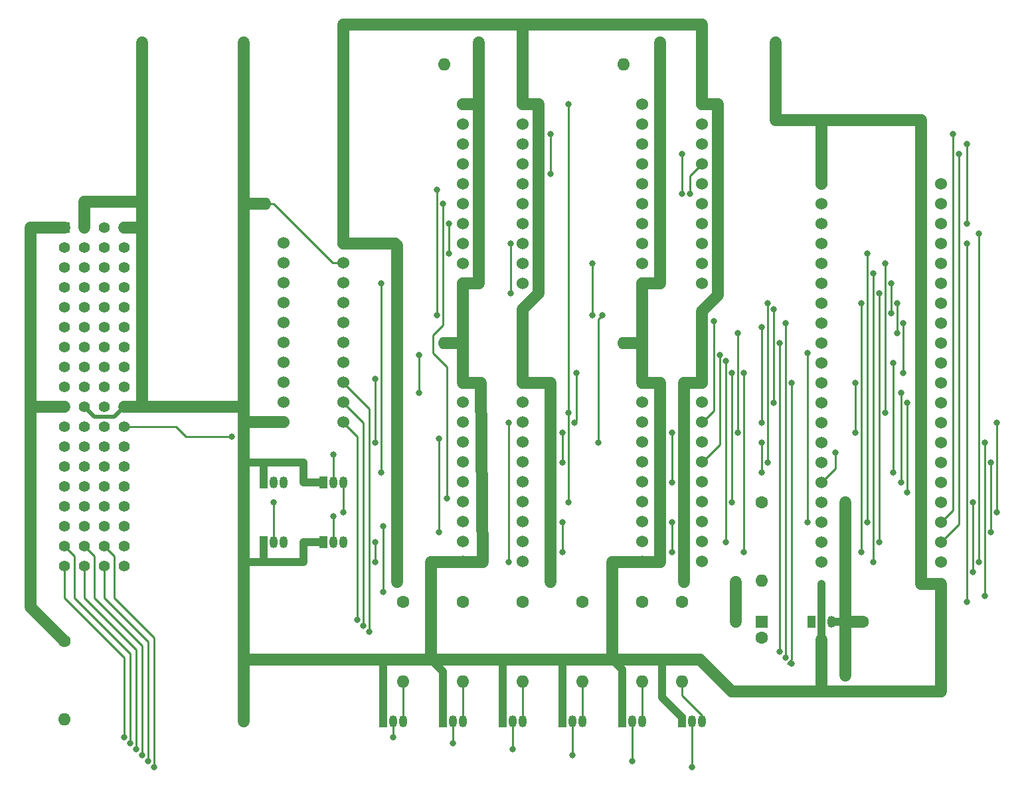
<source format=gbr>
%TF.GenerationSoftware,KiCad,Pcbnew,7.0.9*%
%TF.CreationDate,2024-11-14T04:31:41-07:00*%
%TF.ProjectId,Through_Hole_Single,5468726f-7567-4685-9f48-6f6c655f5369,rev?*%
%TF.SameCoordinates,Original*%
%TF.FileFunction,Copper,L2,Bot*%
%TF.FilePolarity,Positive*%
%FSLAX46Y46*%
G04 Gerber Fmt 4.6, Leading zero omitted, Abs format (unit mm)*
G04 Created by KiCad (PCBNEW 7.0.9) date 2024-11-14 04:31:41*
%MOMM*%
%LPD*%
G01*
G04 APERTURE LIST*
%TA.AperFunction,ComponentPad*%
%ADD10C,1.600000*%
%TD*%
%TA.AperFunction,ComponentPad*%
%ADD11O,1.600000X1.600000*%
%TD*%
%TA.AperFunction,ComponentPad*%
%ADD12R,1.050000X1.500000*%
%TD*%
%TA.AperFunction,ComponentPad*%
%ADD13O,1.050000X1.500000*%
%TD*%
%TA.AperFunction,ComponentPad*%
%ADD14C,1.524000*%
%TD*%
%TA.AperFunction,ComponentPad*%
%ADD15R,1.600000X1.600000*%
%TD*%
%TA.AperFunction,ComponentPad*%
%ADD16R,1.397000X1.397000*%
%TD*%
%TA.AperFunction,ComponentPad*%
%ADD17C,1.397000*%
%TD*%
%TA.AperFunction,ViaPad*%
%ADD18C,0.800000*%
%TD*%
%TA.AperFunction,Conductor*%
%ADD19C,1.524000*%
%TD*%
%TA.AperFunction,Conductor*%
%ADD20C,1.016000*%
%TD*%
%TA.AperFunction,Conductor*%
%ADD21C,0.250000*%
%TD*%
%TA.AperFunction,Conductor*%
%ADD22C,0.508000*%
%TD*%
G04 APERTURE END LIST*
D10*
%TO.P,C3,1*%
%TO.N,+3.3V*%
X99568000Y-71374000D03*
D11*
%TO.P,C3,2*%
%TO.N,GND*%
X89568000Y-71374000D03*
%TD*%
D12*
%TO.P,Q9,1,S*%
%TO.N,GND*%
X89408000Y-106934000D03*
D13*
%TO.P,Q9,2,G*%
%TO.N,_~{IRQ}*%
X90678000Y-106934000D03*
%TO.P,Q9,3,D*%
%TO.N,~{IRQ}*%
X91948000Y-106934000D03*
%TD*%
D10*
%TO.P,C5,1*%
%TO.N,+3.3V*%
X145288000Y-89154000D03*
D11*
%TO.P,C5,2*%
%TO.N,GND*%
X135288000Y-89154000D03*
%TD*%
D12*
%TO.P,Q8,1,S*%
%TO.N,GND*%
X89408000Y-114554000D03*
D13*
%TO.P,Q8,2,G*%
%TO.N,_OCLK*%
X90678000Y-114554000D03*
%TO.P,Q8,3,D*%
%TO.N,OCLK*%
X91948000Y-114554000D03*
%TD*%
D14*
%TO.P,U5,1,1~{OE}*%
%TO.N,GND*%
X114808000Y-58674000D03*
%TO.P,U5,2,1A1*%
%TO.N,_~{K0}*%
X114808000Y-61214000D03*
%TO.P,U5,3,2Y4*%
%TO.N,unconnected-(U5-2Y4-Pad3)*%
X114808000Y-63754000D03*
%TO.P,U5,4,1A2*%
%TO.N,_~{K1}*%
X114808000Y-66294000D03*
%TO.P,U5,5,2Y3*%
%TO.N,unconnected-(U5-2Y3-Pad5)*%
X114808000Y-68834000D03*
%TO.P,U5,6,1A3*%
%TO.N,_~{K2}*%
X114808000Y-71374000D03*
%TO.P,U5,7,2Y2*%
%TO.N,~{K5}*%
X114808000Y-73914000D03*
%TO.P,U5,8,1A4*%
%TO.N,_~{K3}*%
X114808000Y-76454000D03*
%TO.P,U5,9,2Y1*%
%TO.N,~{K4}*%
X114808000Y-78994000D03*
%TO.P,U5,10,GND*%
%TO.N,GND*%
X114808000Y-81534000D03*
%TO.P,U5,11,2A1*%
%TO.N,_~{K4}*%
X122428000Y-81534000D03*
%TO.P,U5,12,1Y4*%
%TO.N,~{K3}*%
X122428000Y-78994000D03*
%TO.P,U5,13,2A2*%
%TO.N,_~{K5}*%
X122428000Y-76454000D03*
%TO.P,U5,14,1Y3*%
%TO.N,~{K2}*%
X122428000Y-73914000D03*
%TO.P,U5,15,2A3*%
%TO.N,GND*%
X122428000Y-71374000D03*
%TO.P,U5,16,1Y2*%
%TO.N,~{K1}*%
X122428000Y-68834000D03*
%TO.P,U5,17,2A4*%
%TO.N,GND*%
X122428000Y-66294000D03*
%TO.P,U5,18,1Y1*%
%TO.N,~{K0}*%
X122428000Y-63754000D03*
%TO.P,U5,19,2~{OE}*%
%TO.N,GND*%
X122428000Y-61214000D03*
%TO.P,U5,20,VCC*%
%TO.N,+3.3V*%
X122428000Y-58714000D03*
%TD*%
D12*
%TO.P,Q7,1,S*%
%TO.N,GND*%
X97028000Y-106934000D03*
D13*
%TO.P,Q7,2,G*%
%TO.N,_SOD*%
X98298000Y-106934000D03*
%TO.P,Q7,3,D*%
%TO.N,SOD*%
X99568000Y-106934000D03*
%TD*%
D14*
%TO.P,U3,1,A->B*%
%TO.N,_DUMP*%
X91948000Y-76414000D03*
%TO.P,U3,2,A0*%
%TO.N,_P0*%
X91948000Y-78954000D03*
%TO.P,U3,3,A1*%
%TO.N,_P1*%
X91948000Y-81494000D03*
%TO.P,U3,4,A2*%
%TO.N,_P2*%
X91948000Y-84034000D03*
%TO.P,U3,5,A3*%
%TO.N,_P3*%
X91948000Y-86574000D03*
%TO.P,U3,6,A4*%
%TO.N,_P4*%
X91948000Y-89114000D03*
%TO.P,U3,7,A5*%
%TO.N,_P5*%
X91948000Y-91654000D03*
%TO.P,U3,8,A6*%
%TO.N,_P6*%
X91948000Y-94194000D03*
%TO.P,U3,9,A7*%
%TO.N,_P7*%
X91948000Y-96734000D03*
%TO.P,U3,10,GND*%
%TO.N,GND*%
X91948000Y-99274000D03*
%TO.P,U3,11,B7*%
%TO.N,P7*%
X99568000Y-99274000D03*
%TO.P,U3,12,B6*%
%TO.N,P6*%
X99568000Y-96734000D03*
%TO.P,U3,13,B5*%
%TO.N,P5*%
X99568000Y-94194000D03*
%TO.P,U3,14,B4*%
%TO.N,P4*%
X99568000Y-91654000D03*
%TO.P,U3,15,B3*%
%TO.N,P3*%
X99568000Y-89114000D03*
%TO.P,U3,16,B2*%
%TO.N,P2*%
X99568000Y-86574000D03*
%TO.P,U3,17,B1*%
%TO.N,P1*%
X99568000Y-84034000D03*
%TO.P,U3,18,B0*%
%TO.N,P0*%
X99568000Y-81494000D03*
%TO.P,U3,19,CE*%
%TO.N,GND*%
X99568000Y-78954000D03*
%TO.P,U3,20,VCC*%
%TO.N,+3.3V*%
X99568000Y-76454000D03*
%TD*%
D10*
%TO.P,R5,1*%
%TO.N,AUDIO*%
X114808000Y-122174000D03*
D11*
%TO.P,R5,2*%
%TO.N,Net-(Q5-D)*%
X114808000Y-132334000D03*
%TD*%
D12*
%TO.P,U1,1,VO*%
%TO.N,+3.3V*%
X159258000Y-124714000D03*
D13*
%TO.P,U1,2,GND*%
%TO.N,GND*%
X160528000Y-124714000D03*
%TO.P,U1,3,VI*%
%TO.N,+5V*%
X161798000Y-124714000D03*
%TD*%
D12*
%TO.P,Q10,1,S*%
%TO.N,GND*%
X97028000Y-114554000D03*
D13*
%TO.P,Q10,2,G*%
%TO.N,_BCLKO*%
X98298000Y-114554000D03*
%TO.P,Q10,3,D*%
%TO.N,BCLK*%
X99568000Y-114554000D03*
%TD*%
D12*
%TO.P,Q4,1,S*%
%TO.N,GND*%
X119888000Y-137414000D03*
D13*
%TO.P,Q4,2,G*%
%TO.N,_AUDIO2*%
X121158000Y-137414000D03*
%TO.P,Q4,3,D*%
%TO.N,Net-(Q4-D)*%
X122428000Y-137414000D03*
%TD*%
D12*
%TO.P,Q5,1,S*%
%TO.N,GND*%
X112268000Y-137414000D03*
D13*
%TO.P,Q5,2,G*%
%TO.N,_AUDIO1*%
X113538000Y-137414000D03*
%TO.P,Q5,3,D*%
%TO.N,Net-(Q5-D)*%
X114808000Y-137414000D03*
%TD*%
D14*
%TO.P,U6,1,1~{OE}*%
%TO.N,GND*%
X114808000Y-94194000D03*
%TO.P,U6,2,1A1*%
%TO.N,~{KR1}*%
X114808000Y-96734000D03*
%TO.P,U6,3,2Y4*%
%TO.N,unconnected-(U6-2Y4-Pad3)*%
X114808000Y-99274000D03*
%TO.P,U6,4,1A2*%
%TO.N,~{KR2}*%
X114808000Y-101814000D03*
%TO.P,U6,5,2Y3*%
%TO.N,unconnected-(U6-2Y3-Pad5)*%
X114808000Y-104354000D03*
%TO.P,U6,6,1A3*%
%TO.N,GND*%
X114808000Y-106894000D03*
%TO.P,U6,7,2Y2*%
%TO.N,_BCLKI*%
X114808000Y-109434000D03*
%TO.P,U6,8,1A4*%
%TO.N,GND*%
X114808000Y-111974000D03*
%TO.P,U6,9,2Y1*%
%TO.N,_SID*%
X114808000Y-114514000D03*
%TO.P,U6,10,GND*%
%TO.N,GND*%
X114808000Y-117054000D03*
%TO.P,U6,11,2A1*%
%TO.N,SID*%
X122428000Y-117054000D03*
%TO.P,U6,12,1Y4*%
%TO.N,unconnected-(U6-1Y4-Pad12)*%
X122428000Y-114514000D03*
%TO.P,U6,13,2A2*%
%TO.N,BCLK*%
X122428000Y-111974000D03*
%TO.P,U6,14,1Y3*%
%TO.N,unconnected-(U6-1Y3-Pad14)*%
X122428000Y-109434000D03*
%TO.P,U6,15,2A3*%
%TO.N,GND*%
X122428000Y-106894000D03*
%TO.P,U6,16,1Y2*%
%TO.N,_~{KR2}*%
X122428000Y-104354000D03*
%TO.P,U6,17,2A4*%
%TO.N,GND*%
X122428000Y-101814000D03*
%TO.P,U6,18,1Y1*%
%TO.N,_~{KR1}*%
X122428000Y-99274000D03*
%TO.P,U6,19,2~{OE}*%
%TO.N,GND*%
X122428000Y-96734000D03*
%TO.P,U6,20,VCC*%
%TO.N,+3.3V*%
X122428000Y-94234000D03*
%TD*%
%TO.P,U2,1,A->B*%
%TO.N,_R{slash}W*%
X137668000Y-58674000D03*
%TO.P,U2,2,A0*%
%TO.N,_D0*%
X137668000Y-61214000D03*
%TO.P,U2,3,A1*%
%TO.N,_D1*%
X137668000Y-63754000D03*
%TO.P,U2,4,A2*%
%TO.N,_D2*%
X137668000Y-66294000D03*
%TO.P,U2,5,A3*%
%TO.N,_D3*%
X137668000Y-68834000D03*
%TO.P,U2,6,A4*%
%TO.N,_D4*%
X137668000Y-71374000D03*
%TO.P,U2,7,A5*%
%TO.N,_D5*%
X137668000Y-73914000D03*
%TO.P,U2,8,A6*%
%TO.N,_D6*%
X137668000Y-76454000D03*
%TO.P,U2,9,A7*%
%TO.N,_D7*%
X137668000Y-78994000D03*
%TO.P,U2,10,GND*%
%TO.N,GND*%
X137668000Y-81534000D03*
%TO.P,U2,11,B7*%
%TO.N,D7*%
X145288000Y-81534000D03*
%TO.P,U2,12,B6*%
%TO.N,D6*%
X145288000Y-78994000D03*
%TO.P,U2,13,B5*%
%TO.N,D5*%
X145288000Y-76454000D03*
%TO.P,U2,14,B4*%
%TO.N,D4*%
X145288000Y-73914000D03*
%TO.P,U2,15,B3*%
%TO.N,D3*%
X145288000Y-71374000D03*
%TO.P,U2,16,B2*%
%TO.N,D2*%
X145288000Y-68834000D03*
%TO.P,U2,17,B1*%
%TO.N,D1*%
X145288000Y-66294000D03*
%TO.P,U2,18,B0*%
%TO.N,D0*%
X145288000Y-63754000D03*
%TO.P,U2,19,CE*%
%TO.N,~{_EN}*%
X145288000Y-61214000D03*
%TO.P,U2,20,VCC*%
%TO.N,+3.3V*%
X145288000Y-58714000D03*
%TD*%
D10*
%TO.P,C6,1*%
%TO.N,+3.3V*%
X145288000Y-53594000D03*
D11*
%TO.P,C6,2*%
%TO.N,GND*%
X135288000Y-53594000D03*
%TD*%
D12*
%TO.P,Q1,1,S*%
%TO.N,GND*%
X142748000Y-137414000D03*
D13*
%TO.P,Q1,2,G*%
%TO.N,_AUDIO5*%
X144018000Y-137414000D03*
%TO.P,Q1,3,D*%
%TO.N,Net-(Q1-D)*%
X145288000Y-137414000D03*
%TD*%
D10*
%TO.P,R6,1*%
%TO.N,AUDIO*%
X107188000Y-122174000D03*
D11*
%TO.P,R6,2*%
%TO.N,Net-(Q6-D)*%
X107188000Y-132334000D03*
%TD*%
D10*
%TO.P,C8,1*%
%TO.N,+5V*%
X152908000Y-109474000D03*
D11*
%TO.P,C8,2*%
%TO.N,GND*%
X152908000Y-119474000D03*
%TD*%
D10*
%TO.P,R4,1*%
%TO.N,AUDIO*%
X122428000Y-122174000D03*
D11*
%TO.P,R4,2*%
%TO.N,Net-(Q4-D)*%
X122428000Y-132334000D03*
%TD*%
D12*
%TO.P,Q2,1,S*%
%TO.N,GND*%
X135128000Y-137414000D03*
D13*
%TO.P,Q2,2,G*%
%TO.N,_AUDIO4*%
X136398000Y-137414000D03*
%TO.P,Q2,3,D*%
%TO.N,Net-(Q2-D)*%
X137668000Y-137414000D03*
%TD*%
D15*
%TO.P,C2,1*%
%TO.N,+3.3V*%
X152908000Y-124714000D03*
D10*
%TO.P,C2,2*%
%TO.N,GND*%
X152908000Y-126714000D03*
%TD*%
%TO.P,C4,1*%
%TO.N,+3.3V*%
X122428000Y-89154000D03*
D11*
%TO.P,C4,2*%
%TO.N,GND*%
X112428000Y-89154000D03*
%TD*%
D10*
%TO.P,R1,1*%
%TO.N,AUDIO*%
X142748000Y-122174000D03*
D11*
%TO.P,R1,2*%
%TO.N,Net-(Q1-D)*%
X142748000Y-132334000D03*
%TD*%
D10*
%TO.P,C9,1*%
%TO.N,+5V*%
X64008000Y-127160000D03*
D11*
%TO.P,C9,2*%
%TO.N,GND*%
X64008000Y-137160000D03*
%TD*%
D10*
%TO.P,R2,1*%
%TO.N,AUDIO*%
X137668000Y-122174000D03*
D11*
%TO.P,R2,2*%
%TO.N,Net-(Q2-D)*%
X137668000Y-132334000D03*
%TD*%
D12*
%TO.P,Q6,1,S*%
%TO.N,GND*%
X104648000Y-137414000D03*
D13*
%TO.P,Q6,2,G*%
%TO.N,_AUDIO0*%
X105918000Y-137414000D03*
%TO.P,Q6,3,D*%
%TO.N,Net-(Q6-D)*%
X107188000Y-137414000D03*
%TD*%
D14*
%TO.P,U4,1,1~{OE}*%
%TO.N,GND*%
X137668000Y-94194000D03*
%TO.P,U4,2,1A1*%
%TO.N,A0*%
X137668000Y-96734000D03*
%TO.P,U4,3,2Y4*%
%TO.N,_~{CS0}*%
X137668000Y-99274000D03*
%TO.P,U4,4,1A2*%
%TO.N,A1*%
X137668000Y-101814000D03*
%TO.P,U4,5,2Y3*%
%TO.N,_CS1*%
X137668000Y-104354000D03*
%TO.P,U4,6,1A3*%
%TO.N,A2*%
X137668000Y-106894000D03*
%TO.P,U4,7,2Y2*%
%TO.N,_R{slash}W*%
X137668000Y-109434000D03*
%TO.P,U4,8,1A4*%
%TO.N,A3*%
X137668000Y-111974000D03*
%TO.P,U4,9,2Y1*%
%TO.N,_PHI2*%
X137668000Y-114514000D03*
%TO.P,U4,10,GND*%
%TO.N,GND*%
X137668000Y-117054000D03*
%TO.P,U4,11,2A1*%
%TO.N,PHI2*%
X145288000Y-117054000D03*
%TO.P,U4,12,1Y4*%
%TO.N,_A3*%
X145288000Y-114514000D03*
%TO.P,U4,13,2A2*%
%TO.N,R{slash}W*%
X145288000Y-111974000D03*
%TO.P,U4,14,1Y3*%
%TO.N,_A2*%
X145288000Y-109434000D03*
%TO.P,U4,15,2A3*%
%TO.N,CS1*%
X145288000Y-106894000D03*
%TO.P,U4,16,1Y2*%
%TO.N,_A1*%
X145288000Y-104354000D03*
%TO.P,U4,17,2A4*%
%TO.N,~{CS0}*%
X145288000Y-101814000D03*
%TO.P,U4,18,1Y1*%
%TO.N,_A0*%
X145288000Y-99274000D03*
%TO.P,U4,19,2~{OE}*%
%TO.N,GND*%
X145288000Y-96734000D03*
%TO.P,U4,20,VCC*%
%TO.N,+3.3V*%
X145288000Y-94234000D03*
%TD*%
%TO.P,J1,1,GND*%
%TO.N,GND*%
X160528000Y-68834000D03*
%TO.P,J1,2,D3*%
%TO.N,D3*%
X160528000Y-71374000D03*
%TO.P,J1,3,D4*%
%TO.N,D4*%
X160528000Y-73914000D03*
%TO.P,J1,4,D5*%
%TO.N,D5*%
X160528000Y-76454000D03*
%TO.P,J1,5,D6*%
%TO.N,D6*%
X160528000Y-78994000D03*
%TO.P,J1,6,D7*%
%TO.N,D7*%
X160528000Y-81534000D03*
%TO.P,J1,7,PHI2*%
%TO.N,PHI2*%
X160528000Y-84074000D03*
%TO.P,J1,8,P6*%
%TO.N,P6*%
X160528000Y-86614000D03*
%TO.P,J1,9,P7*%
%TO.N,P7*%
X160528000Y-89154000D03*
%TO.P,J1,10,P4*%
%TO.N,P4*%
X160528000Y-91694000D03*
%TO.P,J1,11,P5*%
%TO.N,P5*%
X160528000Y-94234000D03*
%TO.P,J1,12,P2*%
%TO.N,P2*%
X160528000Y-96774000D03*
%TO.P,J1,13,P3*%
%TO.N,P3*%
X160528000Y-99314000D03*
%TO.P,J1,14,P0*%
%TO.N,P0*%
X160528000Y-101854000D03*
%TO.P,J1,15,P1*%
%TO.N,P1*%
X160528000Y-104394000D03*
%TO.P,J1,16,~{KR2}*%
%TO.N,~{KR2}*%
X160528000Y-106934000D03*
%TO.P,J1,17,+5V*%
%TO.N,+5V*%
X160528000Y-109474000D03*
%TO.P,J1,18,~{K5}*%
%TO.N,~{K5}*%
X160528000Y-112014000D03*
%TO.P,J1,19,~{K4}*%
%TO.N,~{K4}*%
X160528000Y-114554000D03*
%TO.P,J1,20,~{K3}*%
%TO.N,~{K3}*%
X160528000Y-117094000D03*
%TO.P,J1,21,~{K2}*%
%TO.N,~{K2}*%
X175768000Y-117094000D03*
%TO.P,J1,22,~{K1}*%
%TO.N,~{K1}*%
X175768000Y-114554000D03*
%TO.P,J1,23,~{K0}*%
%TO.N,~{K0}*%
X175768000Y-112014000D03*
%TO.P,J1,24,SID*%
%TO.N,SID*%
X175768000Y-109474000D03*
%TO.P,J1,25,~{KR1}*%
%TO.N,~{KR1}*%
X175768000Y-106934000D03*
%TO.P,J1,26,BCLK*%
%TO.N,BCLK*%
X175768000Y-104394000D03*
%TO.P,J1,27,OCLK*%
%TO.N,OCLK*%
X175768000Y-101854000D03*
%TO.P,J1,28,SOD*%
%TO.N,SOD*%
X175768000Y-99314000D03*
%TO.P,J1,29,~{IRQ}*%
%TO.N,~{IRQ}*%
X175768000Y-96774000D03*
%TO.P,J1,30,~{CS0}*%
%TO.N,~{CS0}*%
X175768000Y-94234000D03*
%TO.P,J1,31,CS1*%
%TO.N,CS1*%
X175768000Y-91694000D03*
%TO.P,J1,32,R/W*%
%TO.N,R{slash}W*%
X175768000Y-89154000D03*
%TO.P,J1,33,A3*%
%TO.N,A3*%
X175768000Y-86614000D03*
%TO.P,J1,34,A2*%
%TO.N,A2*%
X175768000Y-84074000D03*
%TO.P,J1,35,A1*%
%TO.N,A1*%
X175768000Y-81534000D03*
%TO.P,J1,36,A0*%
%TO.N,A0*%
X175768000Y-78994000D03*
%TO.P,J1,37,AUDIO*%
%TO.N,AUDIO*%
X175768000Y-76454000D03*
%TO.P,J1,38,D0*%
%TO.N,D0*%
X175768000Y-73914000D03*
%TO.P,J1,39,D1*%
%TO.N,D1*%
X175768000Y-71374000D03*
%TO.P,J1,40,D2*%
%TO.N,D2*%
X175768000Y-68834000D03*
%TD*%
D12*
%TO.P,Q3,1,S*%
%TO.N,GND*%
X127508000Y-137414000D03*
D13*
%TO.P,Q3,2,G*%
%TO.N,_AUDIO3*%
X128778000Y-137414000D03*
%TO.P,Q3,3,D*%
%TO.N,Net-(Q3-D)*%
X130048000Y-137414000D03*
%TD*%
D10*
%TO.P,R3,1*%
%TO.N,AUDIO*%
X130048000Y-122174000D03*
D11*
%TO.P,R3,2*%
%TO.N,Net-(Q3-D)*%
X130048000Y-132334000D03*
%TD*%
D10*
%TO.P,C1,1*%
%TO.N,+5V*%
X165768000Y-124714000D03*
D11*
%TO.P,C1,2*%
%TO.N,GND*%
X175768000Y-124714000D03*
%TD*%
D10*
%TO.P,C7,1*%
%TO.N,+3.3V*%
X122428000Y-53594000D03*
D11*
%TO.P,C7,2*%
%TO.N,GND*%
X112428000Y-53594000D03*
%TD*%
D16*
%TO.P,J2,1,5V1*%
%TO.N,+5V*%
X64008000Y-74422000D03*
D17*
%TO.P,J2,2,G1*%
%TO.N,GND*%
X66548000Y-74422000D03*
%TO.P,J2,3,3V1*%
%TO.N,unconnected-(J2-3V1-Pad3)*%
X69088000Y-74422000D03*
%TO.P,J2,4,G2*%
%TO.N,GND*%
X71628000Y-74422000D03*
%TO.P,J2,5,A48*%
%TO.N,~{_EN}*%
X64008000Y-76962000D03*
%TO.P,J2,6,A49*%
%TO.N,_D0*%
X66548000Y-76962000D03*
%TO.P,J2,7,A3*%
%TO.N,_~{K0}*%
X69088000Y-76962000D03*
%TO.P,J2,8,A2*%
%TO.N,_D3*%
X71628000Y-76962000D03*
%TO.P,J2,9,A45*%
%TO.N,_D1*%
X64008000Y-79502000D03*
%TO.P,J2,10,A46*%
%TO.N,_~{K1}*%
X66548000Y-79502000D03*
%TO.P,J2,11,A6*%
%TO.N,unconnected-(J2-A6-Pad11)*%
X69088000Y-79502000D03*
%TO.P,J2,12,A5*%
%TO.N,_D2*%
X71628000Y-79502000D03*
%TO.P,J2,13,A42*%
%TO.N,_D4*%
X64008000Y-82042000D03*
%TO.P,J2,14,A43*%
%TO.N,_D7*%
X66548000Y-82042000D03*
%TO.P,J2,15,A9*%
%TO.N,unconnected-(J2-A9-Pad15)*%
X69088000Y-82042000D03*
%TO.P,J2,16,A8*%
%TO.N,_D5*%
X71628000Y-82042000D03*
%TO.P,J2,17,A39*%
%TO.N,_D6*%
X64008000Y-84582000D03*
%TO.P,J2,18,A40*%
%TO.N,_DUMP*%
X66548000Y-84582000D03*
%TO.P,J2,19,A12*%
%TO.N,unconnected-(J2-A12-Pad19)*%
X69088000Y-84582000D03*
%TO.P,J2,20,A11*%
%TO.N,_~{K3}*%
X71628000Y-84582000D03*
%TO.P,J2,21,A36*%
%TO.N,unconnected-(J2-A36-Pad21)*%
X64008000Y-87122000D03*
%TO.P,J2,22,A37*%
%TO.N,unconnected-(J2-A37-Pad22)*%
X66548000Y-87122000D03*
%TO.P,J2,23,A15*%
%TO.N,unconnected-(J2-A15-Pad23)*%
X69088000Y-87122000D03*
%TO.P,J2,24,A14*%
%TO.N,unconnected-(J2-A14-Pad24)*%
X71628000Y-87122000D03*
%TO.P,J2,25,A33*%
%TO.N,unconnected-(J2-A33-Pad25)*%
X64008000Y-89662000D03*
%TO.P,J2,26,A34*%
%TO.N,unconnected-(J2-A34-Pad26)*%
X66548000Y-89662000D03*
%TO.P,J2,27,A18*%
%TO.N,unconnected-(J2-A18-Pad27)*%
X69088000Y-89662000D03*
%TO.P,J2,28,A17*%
%TO.N,unconnected-(J2-A17-Pad28)*%
X71628000Y-89662000D03*
%TO.P,J2,29,A30*%
%TO.N,_P1*%
X64008000Y-92202000D03*
%TO.P,J2,30,A31*%
%TO.N,_~{K4}*%
X66548000Y-92202000D03*
%TO.P,J2,31,A21*%
%TO.N,unconnected-(J2-A21-Pad31)*%
X69088000Y-92202000D03*
%TO.P,J2,32,A20*%
%TO.N,_P0*%
X71628000Y-92202000D03*
%TO.P,J2,33,A27*%
%TO.N,_P3*%
X64008000Y-94742000D03*
%TO.P,J2,34,A28*%
%TO.N,_~{K5}*%
X66548000Y-94742000D03*
%TO.P,J2,35,A24*%
%TO.N,unconnected-(J2-A24-Pad35)*%
X69088000Y-94742000D03*
%TO.P,J2,36,A23*%
%TO.N,_P2*%
X71628000Y-94742000D03*
%TO.P,J2,37,5V2*%
%TO.N,+5V*%
X64008000Y-97282000D03*
%TO.P,J2,38,G3*%
%TO.N,GND*%
X66548000Y-97282000D03*
%TO.P,J2,39,3V2*%
%TO.N,unconnected-(J2-3V2-Pad39)*%
X69088000Y-97282000D03*
%TO.P,J2,40,G4*%
%TO.N,GND*%
X71628000Y-97282000D03*
%TO.P,J2,41,B48*%
%TO.N,_A0*%
X64008000Y-99822000D03*
%TO.P,J2,42,B49*%
%TO.N,_P4*%
X66548000Y-99822000D03*
%TO.P,J2,43,B3*%
%TO.N,unconnected-(J2-B3-Pad43)*%
X69088000Y-99822000D03*
%TO.P,J2,44,B2*%
%TO.N,_PHI2*%
X71628000Y-99822000D03*
%TO.P,J2,45,B45*%
%TO.N,_P6*%
X64008000Y-102362000D03*
%TO.P,J2,46,B46*%
%TO.N,_A2*%
X66548000Y-102362000D03*
%TO.P,J2,47,B6*%
%TO.N,_A1*%
X69088000Y-102362000D03*
%TO.P,J2,48,B5*%
%TO.N,_P5*%
X71628000Y-102362000D03*
%TO.P,J2,49,B42*%
%TO.N,_R{slash}W*%
X64008000Y-104902000D03*
%TO.P,J2,50,B43*%
%TO.N,_P7*%
X66548000Y-104902000D03*
%TO.P,J2,51,B9*%
%TO.N,unconnected-(J2-B9-Pad51)*%
X69088000Y-104902000D03*
%TO.P,J2,52,B8*%
%TO.N,_A3*%
X71628000Y-104902000D03*
%TO.P,J2,53,B39*%
%TO.N,_~{KR2}*%
X64008000Y-107442000D03*
%TO.P,J2,54,B40*%
%TO.N,_~{CS0}*%
X66548000Y-107442000D03*
%TO.P,J2,55,B12*%
%TO.N,unconnected-(J2-B12-Pad55)*%
X69088000Y-107442000D03*
%TO.P,J2,56,B11*%
%TO.N,_CS1*%
X71628000Y-107442000D03*
%TO.P,J2,57,B36*%
%TO.N,_OCLK*%
X64008000Y-109982000D03*
%TO.P,J2,58,B37*%
%TO.N,_~{IRQ}*%
X66548000Y-109982000D03*
%TO.P,J2,59,B15*%
%TO.N,unconnected-(J2-B15-Pad59)*%
X69088000Y-109982000D03*
%TO.P,J2,60,B14*%
%TO.N,_SOD*%
X71628000Y-109982000D03*
%TO.P,J2,61,B33*%
%TO.N,_BCLKO*%
X64008000Y-112522000D03*
%TO.P,J2,62,B34*%
%TO.N,_BCLKI*%
X66548000Y-112522000D03*
%TO.P,J2,63,B18*%
%TO.N,unconnected-(J2-B18-Pad63)*%
X69088000Y-112522000D03*
%TO.P,J2,64,B17*%
%TO.N,_~{K2}*%
X71628000Y-112522000D03*
%TO.P,J2,65,B30*%
%TO.N,_AUDIO1*%
X64008000Y-115062000D03*
%TO.P,J2,66,B31*%
%TO.N,_AUDIO3*%
X66548000Y-115062000D03*
%TO.P,J2,67,B21*%
%TO.N,_AUDIO5*%
X69088000Y-115062000D03*
%TO.P,J2,68,B20*%
%TO.N,_SID*%
X71628000Y-115062000D03*
%TO.P,J2,69,B27*%
%TO.N,_AUDIO0*%
X64008000Y-117602000D03*
%TO.P,J2,70,B28*%
%TO.N,_AUDIO2*%
X66548000Y-117602000D03*
%TO.P,J2,71,B24*%
%TO.N,_AUDIO4*%
X69088000Y-117602000D03*
%TO.P,J2,72,B23*%
%TO.N,_~{KR1}*%
X71628000Y-117602000D03*
%TD*%
D18*
%TO.N,+5V*%
X163576000Y-131572000D03*
X163576000Y-109474000D03*
%TO.N,GND*%
X154686000Y-50800000D03*
X73914000Y-50800000D03*
X139954000Y-96774000D03*
X160528000Y-127000000D03*
X116840000Y-66294000D03*
X117094000Y-112014000D03*
X117094000Y-96774000D03*
X139954000Y-50800000D03*
X86868000Y-137414000D03*
X117094000Y-101600000D03*
X116840000Y-61214000D03*
X160528000Y-119888000D03*
X116840000Y-50800000D03*
X173228000Y-119888000D03*
X86868000Y-50800000D03*
X117094000Y-106934000D03*
X116840000Y-71374000D03*
%TO.N,+3.3V*%
X125984000Y-119634000D03*
X149606000Y-119634000D03*
X143002000Y-119634000D03*
X149606000Y-124714000D03*
X106426000Y-119634000D03*
%TO.N,_D3*%
X125984000Y-67564000D03*
X125984000Y-62484000D03*
%TO.N,_D7*%
X111506000Y-69596000D03*
X131318000Y-85598000D03*
X131318000Y-78994000D03*
X111506000Y-85598000D03*
%TO.N,_A0*%
X146812000Y-86360000D03*
%TO.N,_A1*%
X147574000Y-90678000D03*
%TO.N,_A2*%
X149098000Y-109474000D03*
X149098000Y-92964000D03*
%TO.N,_A3*%
X109220000Y-95504000D03*
X109220000Y-90678000D03*
X148336000Y-114554000D03*
X148336000Y-91440000D03*
%TO.N,_OCLK*%
X90678000Y-109474000D03*
%TO.N,_~{CS0}*%
X129286000Y-92964000D03*
X129032000Y-99314000D03*
X103632000Y-93726000D03*
X103632000Y-101854000D03*
%TO.N,_CS1*%
X127508000Y-100584000D03*
X127508000Y-104394000D03*
%TO.N,_PHI2*%
X111760000Y-101346000D03*
X85344000Y-101092000D03*
X111760000Y-113284000D03*
%TO.N,_R{slash}W*%
X128270000Y-98044000D03*
X128270000Y-109474000D03*
X128270000Y-58674000D03*
%TO.N,_SID*%
X103632000Y-114554000D03*
X103632000Y-117094000D03*
%TO.N,_SOD*%
X98298000Y-103378000D03*
%TO.N,_~{K2}*%
X112776000Y-108966000D03*
X112268000Y-71374000D03*
%TO.N,_~{K5}*%
X120904000Y-76454000D03*
X120904000Y-82804000D03*
%TO.N,_~{KR1}*%
X120650000Y-99314000D03*
X120650000Y-117094000D03*
%TO.N,_BCLKO*%
X98298000Y-111252000D03*
%TO.N,_AUDIO0*%
X71628000Y-139446000D03*
X105918000Y-139446000D03*
%TO.N,_AUDIO1*%
X72390000Y-140208000D03*
X113538000Y-140208000D03*
%TO.N,_AUDIO2*%
X121158000Y-140970000D03*
X73152000Y-140970000D03*
%TO.N,_AUDIO3*%
X128778000Y-141732000D03*
X73914000Y-141732000D03*
%TO.N,_AUDIO4*%
X136398000Y-142494000D03*
X74676000Y-142494000D03*
%TO.N,_AUDIO5*%
X75438000Y-143256000D03*
X144018000Y-143256000D03*
%TO.N,PHI2*%
X165608000Y-84074000D03*
X165608000Y-115824000D03*
%TO.N,P6*%
X155956000Y-86614000D03*
X155956000Y-129286000D03*
X102108000Y-125222000D03*
%TO.N,P7*%
X101346000Y-124460000D03*
X155194000Y-128524000D03*
X155194000Y-89154000D03*
%TO.N,P5*%
X156718000Y-94234000D03*
X156718000Y-130048000D03*
X102870000Y-125984000D03*
%TO.N,P2*%
X154432000Y-96774000D03*
X154432000Y-84836000D03*
%TO.N,P3*%
X152908000Y-87122000D03*
X152908000Y-99314000D03*
%TO.N,P0*%
X104394000Y-81534000D03*
X152908000Y-101854000D03*
X152908000Y-105664000D03*
X104394000Y-105664000D03*
%TO.N,P1*%
X153670000Y-104394000D03*
X153670000Y-84074000D03*
%TO.N,~{KR2}*%
X162306000Y-103124000D03*
%TO.N,~{K5}*%
X113030000Y-73914000D03*
X166370000Y-77724000D03*
X113030000Y-77724000D03*
X166370000Y-112014000D03*
%TO.N,~{K4}*%
X167894000Y-114554000D03*
X167894000Y-82804000D03*
%TO.N,~{K3}*%
X167132000Y-117094000D03*
X167132000Y-80264000D03*
%TO.N,SOD*%
X99568000Y-110744000D03*
X182880000Y-110744000D03*
X182880000Y-99314000D03*
%TO.N,OCLK*%
X181356000Y-101854000D03*
X104648000Y-120904000D03*
X181356000Y-121412000D03*
X104648000Y-112522000D03*
%TO.N,~{IRQ}*%
X171450000Y-96774000D03*
X171450000Y-108204000D03*
%TO.N,BCLK*%
X182118000Y-104394000D03*
X182118000Y-113284000D03*
X127508000Y-115824000D03*
X127508000Y-112014000D03*
%TO.N,AUDIO*%
X179070000Y-76454000D03*
X179070000Y-122174000D03*
%TO.N,R{slash}W*%
X158750000Y-90424000D03*
X158750000Y-112014000D03*
%TO.N,D1*%
X143764000Y-70104000D03*
%TO.N,D0*%
X179070000Y-73914000D03*
X179070000Y-63754000D03*
%TO.N,A0*%
X168656000Y-78994000D03*
X168656000Y-98044000D03*
%TO.N,A1*%
X132080000Y-101854000D03*
X169418000Y-81534000D03*
X132588000Y-85598000D03*
X169418000Y-85344000D03*
%TO.N,A2*%
X149860000Y-87884000D03*
X149860000Y-100584000D03*
X141478000Y-100584000D03*
X170180000Y-87884000D03*
X141478000Y-106934000D03*
X170180000Y-84074000D03*
%TO.N,A3*%
X141478000Y-112014000D03*
X170942000Y-92964000D03*
X141478000Y-115824000D03*
X150622000Y-92964000D03*
X170942000Y-86614000D03*
X150622000Y-115824000D03*
%TO.N,CS1*%
X169672000Y-105664000D03*
X169672000Y-91694000D03*
%TO.N,~{CS0}*%
X164846000Y-100584000D03*
X164846000Y-94234000D03*
%TO.N,~{K2}*%
X180594000Y-75184000D03*
X180594000Y-117094000D03*
%TO.N,~{K1}*%
X178054000Y-65024000D03*
X142748000Y-65024000D03*
X142748000Y-70104000D03*
%TO.N,~{K0}*%
X177292000Y-62484000D03*
%TO.N,~{KR1}*%
X170688000Y-95504000D03*
X170688000Y-106934000D03*
%TO.N,SID*%
X179832000Y-118364000D03*
X179832000Y-109474000D03*
%TD*%
D19*
%TO.N,+5V*%
X165688000Y-124714000D02*
X163576000Y-124714000D01*
X59690000Y-122842000D02*
X59690000Y-97282000D01*
X163576000Y-124714000D02*
X163576000Y-109474000D01*
X163576000Y-124714000D02*
X163576000Y-131572000D01*
X59690000Y-74422000D02*
X64008000Y-74422000D01*
X64008000Y-127160000D02*
X59690000Y-122842000D01*
D20*
X163576000Y-124714000D02*
X161798000Y-124714000D01*
D19*
X59690000Y-97282000D02*
X59690000Y-74422000D01*
X59690000Y-97282000D02*
X64008000Y-97282000D01*
%TO.N,GND*%
X173228000Y-60706000D02*
X160528000Y-60706000D01*
D20*
X160528000Y-124714000D02*
X160528000Y-119888000D01*
D19*
X116840000Y-81534000D02*
X114808000Y-81534000D01*
D20*
X89408000Y-117094000D02*
X89408000Y-114554000D01*
D19*
X137668000Y-94234000D02*
X139954000Y-94234000D01*
X137668000Y-117094000D02*
X133858000Y-117094000D01*
X175768000Y-119888000D02*
X175768000Y-124634000D01*
X119888000Y-129540000D02*
X127508000Y-129540000D01*
X133858000Y-117094000D02*
X133858000Y-129540000D01*
D20*
X89408000Y-104394000D02*
X89408000Y-106934000D01*
X160528000Y-124714000D02*
X160528000Y-127000000D01*
D19*
X73914000Y-71120000D02*
X73914000Y-74422000D01*
X160528000Y-127000000D02*
X160528000Y-133604000D01*
X86868000Y-99314000D02*
X86868000Y-97282000D01*
D20*
X112268000Y-137414000D02*
X112268000Y-131064000D01*
X127508000Y-137414000D02*
X127508000Y-129540000D01*
D19*
X104648000Y-129540000D02*
X110744000Y-129540000D01*
X140208000Y-129540000D02*
X133858000Y-129540000D01*
X137668000Y-81534000D02*
X139954000Y-81534000D01*
D20*
X112268000Y-131064000D02*
X110744000Y-129540000D01*
X94488000Y-106934000D02*
X94488000Y-104394000D01*
D19*
X116840000Y-71374000D02*
X116840000Y-66294000D01*
X73914000Y-97282000D02*
X71628000Y-97282000D01*
X116840000Y-61214000D02*
X116840000Y-58674000D01*
X160528000Y-60706000D02*
X154686000Y-60706000D01*
X114808000Y-117094000D02*
X110744000Y-117094000D01*
D20*
X89408000Y-117094000D02*
X86868000Y-117094000D01*
X94488000Y-114554000D02*
X94488000Y-117094000D01*
D19*
X73914000Y-71120000D02*
X66548000Y-71120000D01*
X117094000Y-94234000D02*
X114808000Y-94234000D01*
X119888000Y-129540000D02*
X110744000Y-129540000D01*
X154686000Y-60706000D02*
X154686000Y-50800000D01*
X175768000Y-133604000D02*
X160528000Y-133604000D01*
X139954000Y-117094000D02*
X137668000Y-117094000D01*
X137668000Y-94234000D02*
X137668000Y-89154000D01*
D20*
X89408000Y-104394000D02*
X86868000Y-104394000D01*
D19*
X175768000Y-119888000D02*
X173228000Y-119888000D01*
X110744000Y-117094000D02*
X110744000Y-129540000D01*
X73914000Y-97282000D02*
X86868000Y-97282000D01*
X86868000Y-129540000D02*
X86868000Y-117094000D01*
D20*
X142748000Y-136906000D02*
X140208000Y-134366000D01*
D19*
X116840000Y-66294000D02*
X116840000Y-61214000D01*
D20*
X97028000Y-106934000D02*
X94488000Y-106934000D01*
D19*
X86868000Y-137414000D02*
X86868000Y-129540000D01*
D20*
X135128000Y-130810000D02*
X133858000Y-129540000D01*
D19*
X86908000Y-99274000D02*
X91948000Y-99274000D01*
X117348000Y-117094000D02*
X114808000Y-117094000D01*
D20*
X142748000Y-137414000D02*
X142748000Y-136906000D01*
D19*
X73914000Y-74422000D02*
X73914000Y-97282000D01*
X173228000Y-119888000D02*
X173228000Y-60706000D01*
X66548000Y-71120000D02*
X66548000Y-74422000D01*
X73914000Y-74422000D02*
X71628000Y-74422000D01*
X114808000Y-81534000D02*
X114808000Y-89154000D01*
X86868000Y-97282000D02*
X86868000Y-50800000D01*
X160528000Y-133604000D02*
X149098000Y-133604000D01*
X86868000Y-104394000D02*
X86868000Y-99314000D01*
X116840000Y-58674000D02*
X116840000Y-50800000D01*
X73914000Y-50800000D02*
X73914000Y-71120000D01*
D20*
X94488000Y-117094000D02*
X89408000Y-117094000D01*
D19*
X86868000Y-117094000D02*
X86868000Y-104394000D01*
D21*
X99568000Y-78954000D02*
X98258000Y-78954000D01*
D20*
X94488000Y-104394000D02*
X89408000Y-104394000D01*
D19*
X139954000Y-94234000D02*
X139954000Y-117094000D01*
X94488000Y-129540000D02*
X104648000Y-129540000D01*
D21*
X98258000Y-78954000D02*
X90678000Y-71374000D01*
D19*
X86868000Y-99314000D02*
X86908000Y-99274000D01*
D20*
X135128000Y-137414000D02*
X135128000Y-130810000D01*
D19*
X116840000Y-81534000D02*
X116840000Y-71374000D01*
D22*
X70358000Y-98552000D02*
X67818000Y-98552000D01*
D19*
X127508000Y-129540000D02*
X133858000Y-129540000D01*
D22*
X67818000Y-98552000D02*
X66548000Y-97282000D01*
D19*
X112428000Y-89154000D02*
X114808000Y-89154000D01*
X137668000Y-89154000D02*
X137668000Y-81534000D01*
X139954000Y-50800000D02*
X139954000Y-81534000D01*
X114808000Y-58674000D02*
X116840000Y-58674000D01*
X160528000Y-68834000D02*
X160528000Y-60706000D01*
X175768000Y-133604000D02*
X175768000Y-124794000D01*
X117094000Y-94234000D02*
X117348000Y-117094000D01*
X94488000Y-129540000D02*
X86868000Y-129540000D01*
X114808000Y-89154000D02*
X114808000Y-94234000D01*
D20*
X140208000Y-134366000D02*
X140208000Y-129540000D01*
D21*
X90678000Y-71374000D02*
X89568000Y-71374000D01*
D20*
X119888000Y-137414000D02*
X119888000Y-129540000D01*
X104648000Y-137414000D02*
X104648000Y-129540000D01*
D19*
X149098000Y-133604000D02*
X145034000Y-129540000D01*
X135288000Y-89154000D02*
X137668000Y-89154000D01*
D22*
X71628000Y-97282000D02*
X70358000Y-98552000D01*
D20*
X97028000Y-114554000D02*
X94488000Y-114554000D01*
D19*
X145034000Y-129540000D02*
X140208000Y-129540000D01*
X86868000Y-71374000D02*
X89568000Y-71374000D01*
%TO.N,+3.3V*%
X106426000Y-119634000D02*
X106426000Y-76708000D01*
X124460000Y-82804000D02*
X124460000Y-58674000D01*
X145288000Y-53594000D02*
X145288000Y-58714000D01*
X99568000Y-48514000D02*
X99568000Y-71374000D01*
X125984000Y-94234000D02*
X125984000Y-119634000D01*
X125984000Y-119634000D02*
X125984000Y-119380000D01*
X145288000Y-85090000D02*
X147320000Y-83058000D01*
X122428000Y-94274000D02*
X122428000Y-89154000D01*
X145288000Y-94274000D02*
X145288000Y-89154000D01*
X122428000Y-53594000D02*
X122428000Y-48514000D01*
X124420000Y-58714000D02*
X122428000Y-58714000D01*
X145288000Y-48514000D02*
X122428000Y-48514000D01*
X122428000Y-58714000D02*
X122428000Y-53594000D01*
X145288000Y-94274000D02*
X143042000Y-94274000D01*
X147280000Y-58714000D02*
X145288000Y-58714000D01*
X122428000Y-84836000D02*
X124460000Y-82804000D01*
X122428000Y-48514000D02*
X99568000Y-48514000D01*
X124460000Y-58674000D02*
X124420000Y-58714000D01*
X143002000Y-94234000D02*
X143002000Y-119634000D01*
X147320000Y-58674000D02*
X147280000Y-58714000D01*
X122428000Y-89154000D02*
X122428000Y-84836000D01*
X99568000Y-76494000D02*
X106212000Y-76494000D01*
X106212000Y-76494000D02*
X106426000Y-76708000D01*
X149606000Y-119634000D02*
X149606000Y-124714000D01*
X125944000Y-94274000D02*
X122428000Y-94274000D01*
X143042000Y-94274000D02*
X143002000Y-94234000D01*
X147320000Y-83058000D02*
X147320000Y-58674000D01*
X145288000Y-89154000D02*
X145288000Y-85090000D01*
X145288000Y-53594000D02*
X145288000Y-48514000D01*
X125984000Y-94234000D02*
X125944000Y-94274000D01*
X99568000Y-76494000D02*
X99568000Y-71374000D01*
X143002000Y-119634000D02*
X143002000Y-119380000D01*
D21*
%TO.N,_D3*%
X125984000Y-62484000D02*
X125984000Y-67564000D01*
%TO.N,_D7*%
X131318000Y-78994000D02*
X131318000Y-85598000D01*
X111506000Y-69596000D02*
X111506000Y-85598000D01*
%TO.N,_A0*%
X146812000Y-97790000D02*
X145288000Y-99314000D01*
X146812000Y-86360000D02*
X146812000Y-97790000D01*
%TO.N,_A1*%
X147574000Y-102108000D02*
X145288000Y-104394000D01*
X147574000Y-90678000D02*
X147574000Y-102108000D01*
%TO.N,_A2*%
X149098000Y-92964000D02*
X149098000Y-109474000D01*
%TO.N,_A3*%
X148336000Y-114554000D02*
X148336000Y-91440000D01*
X109220000Y-90678000D02*
X109220000Y-95504000D01*
%TO.N,_OCLK*%
X90678000Y-109474000D02*
X90678000Y-114554000D01*
%TO.N,_~{CS0}*%
X103632000Y-101854000D02*
X103632000Y-93726000D01*
X129286000Y-99060000D02*
X129286000Y-92964000D01*
X129032000Y-99314000D02*
X129286000Y-99060000D01*
%TO.N,_CS1*%
X127508000Y-100584000D02*
X127508000Y-104394000D01*
%TO.N,_PHI2*%
X78232000Y-99822000D02*
X71628000Y-99822000D01*
X79502000Y-101092000D02*
X78232000Y-99822000D01*
X111760000Y-101346000D02*
X111760000Y-113284000D01*
X85344000Y-101092000D02*
X79502000Y-101092000D01*
%TO.N,_R{slash}W*%
X128270000Y-58674000D02*
X128270000Y-98044000D01*
X128270000Y-98044000D02*
X128270000Y-109474000D01*
%TO.N,_SID*%
X103632000Y-114554000D02*
X103632000Y-117094000D01*
%TO.N,_SOD*%
X98298000Y-103378000D02*
X98298000Y-106934000D01*
%TO.N,_~{K2}*%
X112776000Y-92202000D02*
X110998000Y-90424000D01*
X110998000Y-90424000D02*
X110998000Y-88138000D01*
X112776000Y-108966000D02*
X112776000Y-92202000D01*
X112268000Y-86868000D02*
X112268000Y-71374000D01*
X110998000Y-88138000D02*
X112268000Y-86868000D01*
%TO.N,_~{K5}*%
X120904000Y-76454000D02*
X120904000Y-82804000D01*
%TO.N,_~{KR1}*%
X120650000Y-117094000D02*
X120650000Y-99314000D01*
%TO.N,_BCLKO*%
X98298000Y-114554000D02*
X98298000Y-111252000D01*
%TO.N,_AUDIO0*%
X71628000Y-129286000D02*
X64008000Y-121666000D01*
X71628000Y-139446000D02*
X71628000Y-129286000D01*
X105918000Y-137414000D02*
X105918000Y-139446000D01*
X64008000Y-121666000D02*
X64008000Y-117602000D01*
%TO.N,_AUDIO1*%
X65278000Y-121666000D02*
X65278000Y-116332000D01*
X72390000Y-140208000D02*
X72390000Y-128778000D01*
X65278000Y-116332000D02*
X64008000Y-115062000D01*
X72390000Y-128778000D02*
X65278000Y-121666000D01*
X113538000Y-137414000D02*
X113538000Y-140208000D01*
%TO.N,_AUDIO2*%
X66548000Y-121666000D02*
X66548000Y-117602000D01*
X121158000Y-137414000D02*
X121158000Y-140970000D01*
X73152000Y-128270000D02*
X66548000Y-121666000D01*
X73152000Y-140970000D02*
X73152000Y-128270000D01*
%TO.N,_AUDIO3*%
X128778000Y-137414000D02*
X128778000Y-141732000D01*
X73914000Y-141732000D02*
X73914000Y-127762000D01*
X73914000Y-127762000D02*
X67818000Y-121666000D01*
X67818000Y-121666000D02*
X67818000Y-116332000D01*
X67818000Y-116332000D02*
X66548000Y-115062000D01*
%TO.N,_AUDIO4*%
X74676000Y-142494000D02*
X74676000Y-127254000D01*
X69088000Y-121666000D02*
X69088000Y-117602000D01*
X74676000Y-127254000D02*
X69088000Y-121666000D01*
X136398000Y-137414000D02*
X136398000Y-142494000D01*
%TO.N,_AUDIO5*%
X144018000Y-143256000D02*
X144018000Y-143209979D01*
X70358000Y-121666000D02*
X70358000Y-116332000D01*
X70358000Y-116332000D02*
X69088000Y-115062000D01*
X75438000Y-126746000D02*
X70358000Y-121666000D01*
X144018000Y-137414000D02*
X144018000Y-143256000D01*
X75438000Y-143256000D02*
X75438000Y-126746000D01*
%TO.N,PHI2*%
X165608000Y-115824000D02*
X165608000Y-84074000D01*
%TO.N,P6*%
X155956000Y-129286000D02*
X155956000Y-86614000D01*
X99568000Y-96774000D02*
X102108000Y-99314000D01*
X102108000Y-105156000D02*
X102108000Y-125222000D01*
X102108000Y-99314000D02*
X102108000Y-105156000D01*
%TO.N,P7*%
X101346000Y-101092000D02*
X101346000Y-124460000D01*
X155194000Y-128524000D02*
X155194000Y-89154000D01*
X99568000Y-99314000D02*
X101346000Y-101092000D01*
%TO.N,P5*%
X102870000Y-97536000D02*
X102870000Y-100076000D01*
X156718000Y-129549305D02*
X156718000Y-94234000D01*
X156718000Y-130048000D02*
X156219305Y-130048000D01*
X99568000Y-94234000D02*
X102870000Y-97536000D01*
X156219305Y-130048000D02*
X156718000Y-129549305D01*
X102870000Y-100076000D02*
X102870000Y-125984000D01*
%TO.N,P2*%
X154432000Y-84836000D02*
X154432000Y-96774000D01*
%TO.N,P3*%
X152908000Y-87122000D02*
X152908000Y-99314000D01*
%TO.N,P0*%
X104394000Y-105664000D02*
X104394000Y-81534000D01*
X152908000Y-105664000D02*
X152908000Y-101854000D01*
%TO.N,P1*%
X153670000Y-84074000D02*
X153670000Y-104394000D01*
%TO.N,~{KR2}*%
X162306000Y-103124000D02*
X162306000Y-105156000D01*
X162306000Y-105156000D02*
X160528000Y-106934000D01*
%TO.N,~{K5}*%
X166370000Y-77724000D02*
X166370000Y-96520000D01*
X166370000Y-96520000D02*
X166370000Y-112014000D01*
X113030000Y-73914000D02*
X113030000Y-77724000D01*
%TO.N,~{K4}*%
X167894000Y-82804000D02*
X167894000Y-114554000D01*
%TO.N,~{K3}*%
X167132000Y-80264000D02*
X167132000Y-117094000D01*
%TO.N,Net-(Q1-D)*%
X145288000Y-137414000D02*
X145288000Y-136652000D01*
X142748000Y-134112000D02*
X142748000Y-132334000D01*
X145288000Y-136652000D02*
X142748000Y-134112000D01*
%TO.N,Net-(Q2-D)*%
X137668000Y-137414000D02*
X137668000Y-132334000D01*
%TO.N,Net-(Q3-D)*%
X130048000Y-137414000D02*
X130048000Y-132334000D01*
%TO.N,Net-(Q4-D)*%
X122428000Y-137414000D02*
X122428000Y-132334000D01*
%TO.N,Net-(Q5-D)*%
X114808000Y-137414000D02*
X114808000Y-132334000D01*
%TO.N,Net-(Q6-D)*%
X107188000Y-137414000D02*
X107188000Y-132334000D01*
%TO.N,SOD*%
X99568000Y-106934000D02*
X99568000Y-110744000D01*
X182880000Y-110744000D02*
X182880000Y-99314000D01*
%TO.N,OCLK*%
X181356000Y-121412000D02*
X181356000Y-101854000D01*
X104648000Y-120904000D02*
X104648000Y-112522000D01*
%TO.N,~{IRQ}*%
X171450000Y-108204000D02*
X171450000Y-96774000D01*
%TO.N,BCLK*%
X127508000Y-112014000D02*
X127508000Y-115824000D01*
X182118000Y-104394000D02*
X182118000Y-113284000D01*
%TO.N,AUDIO*%
X179070000Y-76454000D02*
X179070000Y-122174000D01*
%TO.N,R{slash}W*%
X158750000Y-112014000D02*
X158750000Y-90424000D01*
%TO.N,D1*%
X143764000Y-67818000D02*
X145288000Y-66294000D01*
X143764000Y-70104000D02*
X143764000Y-67818000D01*
%TO.N,D0*%
X179070000Y-63754000D02*
X179070000Y-73914000D01*
%TO.N,A0*%
X168656000Y-98044000D02*
X168656000Y-78994000D01*
%TO.N,A1*%
X169418000Y-85344000D02*
X169418000Y-81534000D01*
X132080000Y-101854000D02*
X132080000Y-86106000D01*
X132080000Y-86106000D02*
X132588000Y-85598000D01*
%TO.N,A2*%
X149860000Y-100584000D02*
X149860000Y-87884000D01*
X141478000Y-100584000D02*
X141478000Y-106934000D01*
X170180000Y-87884000D02*
X170180000Y-84074000D01*
%TO.N,A3*%
X170942000Y-92964000D02*
X170942000Y-86614000D01*
X150622000Y-115824000D02*
X150622000Y-92964000D01*
X141478000Y-112014000D02*
X141478000Y-115824000D01*
%TO.N,CS1*%
X169672000Y-105664000D02*
X169672000Y-91694000D01*
%TO.N,~{CS0}*%
X164846000Y-100584000D02*
X164846000Y-94234000D01*
%TO.N,~{K2}*%
X180594000Y-75184000D02*
X180594000Y-109474000D01*
X180594000Y-109474000D02*
X180594000Y-117094000D01*
%TO.N,~{K1}*%
X178054000Y-65024000D02*
X178054000Y-112268000D01*
X142748000Y-70104000D02*
X142748000Y-65024000D01*
X178054000Y-112268000D02*
X175768000Y-114554000D01*
%TO.N,~{K0}*%
X177292000Y-110490000D02*
X175768000Y-112014000D01*
X177292000Y-62484000D02*
X177292000Y-110490000D01*
%TO.N,~{KR1}*%
X170688000Y-95504000D02*
X170688000Y-106934000D01*
%TO.N,SID*%
X179832000Y-118364000D02*
X179832000Y-109474000D01*
%TD*%
M02*

</source>
